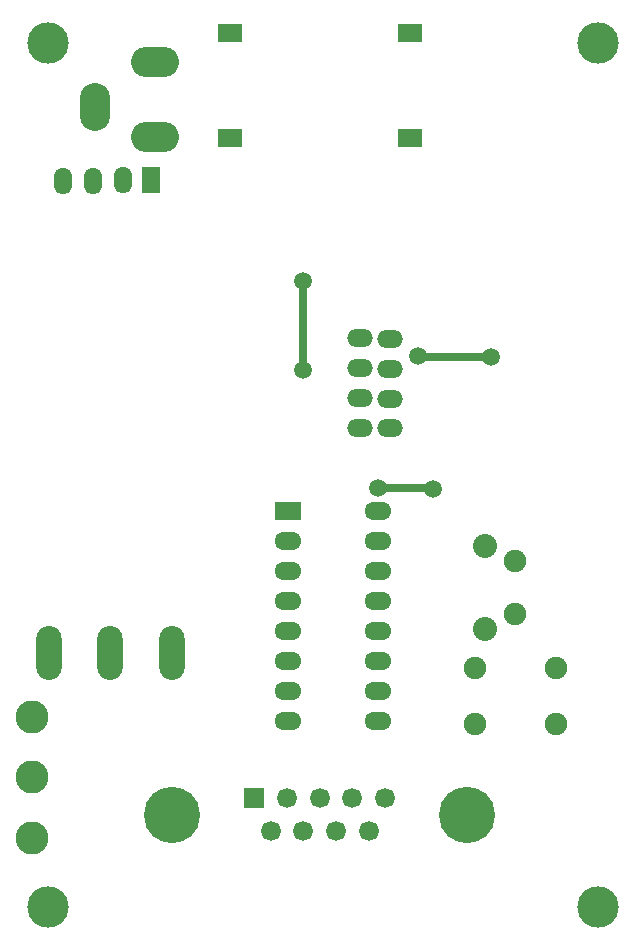
<source format=gtl>
G04*
G04 #@! TF.GenerationSoftware,Altium Limited,Altium Designer,18.1.6 (161)*
G04*
G04 Layer_Physical_Order=1*
G04 Layer_Color=255*
%FSLAX25Y25*%
%MOIN*%
G70*
G01*
G75*
%ADD35C,0.06653*%
%ADD39C,0.02500*%
%ADD40C,0.13780*%
%ADD41C,0.07500*%
%ADD42R,0.08000X0.06000*%
%ADD43O,0.10000X0.16000*%
%ADD44O,0.16000X0.10000*%
%ADD45O,0.08600X0.06000*%
%ADD46O,0.08500X0.18000*%
%ADD47O,0.06000X0.09000*%
%ADD48R,0.06000X0.09000*%
%ADD49C,0.11000*%
%ADD50R,0.09000X0.06000*%
%ADD51O,0.09000X0.06000*%
%ADD52R,0.06653X0.06653*%
%ADD53C,0.18740*%
%ADD54C,0.08000*%
%ADD55C,0.05906*%
D35*
X122713Y37992D02*
D03*
X95449Y49173D02*
D03*
X100902Y37992D02*
D03*
X117260Y49173D02*
D03*
X89996Y37992D02*
D03*
X106354Y49173D02*
D03*
X111807Y37992D02*
D03*
X128165Y49173D02*
D03*
D39*
X139201Y196358D02*
X139496D01*
Y196063D02*
X163484D01*
X125847Y152461D02*
X145097D01*
X100766Y191831D02*
Y221457D01*
Y217344D02*
Y221457D01*
Y217344D02*
X100787Y217323D01*
X145097Y152461D02*
X145393Y152165D01*
X144095D02*
X145393D01*
D40*
X15945Y12894D02*
D03*
X199114D02*
D03*
Y300886D02*
D03*
X15945D02*
D03*
D41*
X158182Y73805D02*
D03*
X185282Y92606D02*
D03*
Y73805D02*
D03*
X158182Y92606D02*
D03*
X171358Y128244D02*
D03*
Y110528D02*
D03*
D42*
X76496Y304059D02*
D03*
X136496D02*
D03*
X76496Y269059D02*
D03*
X136496D02*
D03*
D43*
X31339Y279587D02*
D03*
D44*
X51339Y294587D02*
D03*
Y269587D02*
D03*
D45*
X129823Y172383D02*
D03*
Y182283D02*
D03*
Y192183D02*
D03*
Y202284D02*
D03*
X119823Y202383D02*
D03*
Y192333D02*
D03*
Y182384D02*
D03*
Y172383D02*
D03*
D46*
X16043Y97539D02*
D03*
X36516D02*
D03*
X57043D02*
D03*
D47*
X20748Y254920D02*
D03*
X30748D02*
D03*
X40748Y255020D02*
D03*
D48*
X50295D02*
D03*
D49*
X10607Y35919D02*
D03*
X10345Y76181D02*
D03*
Y56181D02*
D03*
D50*
X95768Y144783D02*
D03*
D51*
Y134783D02*
D03*
Y124784D02*
D03*
Y114784D02*
D03*
Y104783D02*
D03*
Y94784D02*
D03*
Y84784D02*
D03*
Y74783D02*
D03*
X125768Y144783D02*
D03*
Y134783D02*
D03*
Y124784D02*
D03*
Y114784D02*
D03*
Y104783D02*
D03*
Y94784D02*
D03*
Y84784D02*
D03*
Y74783D02*
D03*
D52*
X84543Y49173D02*
D03*
D53*
X57161Y43583D02*
D03*
X155547D02*
D03*
D54*
X161516Y105607D02*
D03*
Y133166D02*
D03*
D55*
X163484Y196063D02*
D03*
X100766Y221457D02*
D03*
X144095Y152165D02*
D03*
X125847Y152461D02*
D03*
X100766Y191831D02*
D03*
X139201Y196358D02*
D03*
M02*

</source>
